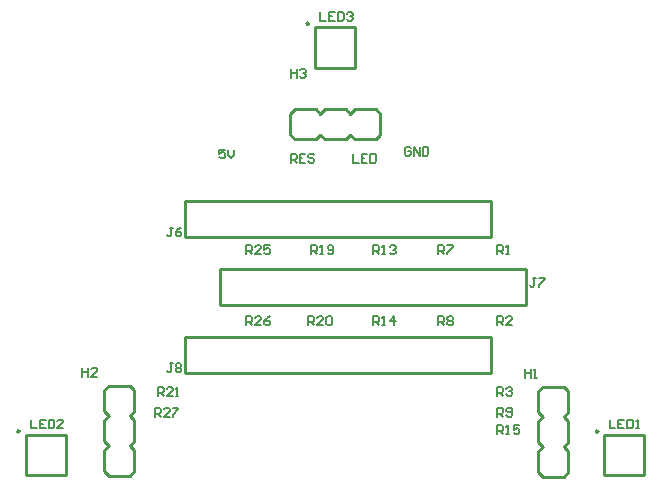
<source format=gto>
G04 Layer_Color=15132400*
%FSLAX24Y24*%
%MOIN*%
G70*
G01*
G75*
%ADD12C,0.0059*%
%ADD27C,0.0100*%
%ADD28C,0.0061*%
D12*
X25689Y25590D02*
Y25295D01*
X25886D01*
X26181Y25590D02*
X25984D01*
Y25295D01*
X26181D01*
X25984Y25443D02*
X26083D01*
X26279Y25590D02*
Y25295D01*
X26427D01*
X26476Y25344D01*
Y25541D01*
X26427Y25590D01*
X26279D01*
X26575Y25541D02*
X26624Y25590D01*
X26722D01*
X26771Y25541D01*
Y25492D01*
X26722Y25443D01*
X26673D01*
X26722D01*
X26771Y25394D01*
Y25344D01*
X26722Y25295D01*
X26624D01*
X26575Y25344D01*
X35335Y12008D02*
Y11713D01*
X35531D01*
X35827Y12008D02*
X35630D01*
Y11713D01*
X35827D01*
X35630Y11860D02*
X35728D01*
X35925Y12008D02*
Y11713D01*
X36073D01*
X36122Y11762D01*
Y11959D01*
X36073Y12008D01*
X35925D01*
X36220Y11713D02*
X36319D01*
X36269D01*
Y12008D01*
X36220Y11959D01*
X16043Y12008D02*
Y11713D01*
X16240D01*
X16535Y12008D02*
X16338D01*
Y11713D01*
X16535D01*
X16338Y11860D02*
X16437D01*
X16634Y12008D02*
Y11713D01*
X16781D01*
X16830Y11762D01*
Y11959D01*
X16781Y12008D01*
X16634D01*
X17126Y11713D02*
X16929D01*
X17126Y11909D01*
Y11959D01*
X17076Y12008D01*
X16978D01*
X16929Y11959D01*
X24705Y20571D02*
Y20866D01*
X24852D01*
X24902Y20817D01*
Y20718D01*
X24852Y20669D01*
X24705D01*
X24803D02*
X24902Y20571D01*
X25197Y20866D02*
X25000D01*
Y20571D01*
X25197D01*
X25000Y20718D02*
X25098D01*
X25492Y20817D02*
X25443Y20866D01*
X25344D01*
X25295Y20817D01*
Y20768D01*
X25344Y20718D01*
X25443D01*
X25492Y20669D01*
Y20620D01*
X25443Y20571D01*
X25344D01*
X25295Y20620D01*
X20177Y12106D02*
Y12401D01*
X20325D01*
X20374Y12352D01*
Y12254D01*
X20325Y12205D01*
X20177D01*
X20276D02*
X20374Y12106D01*
X20669D02*
X20472D01*
X20669Y12303D01*
Y12352D01*
X20620Y12401D01*
X20522D01*
X20472Y12352D01*
X20768Y12401D02*
X20964D01*
Y12352D01*
X20768Y12155D01*
Y12106D01*
X23228Y15157D02*
Y15453D01*
X23376D01*
X23425Y15403D01*
Y15305D01*
X23376Y15256D01*
X23228D01*
X23327D02*
X23425Y15157D01*
X23720D02*
X23524D01*
X23720Y15354D01*
Y15403D01*
X23671Y15453D01*
X23573D01*
X23524Y15403D01*
X24016Y15453D02*
X23917Y15403D01*
X23819Y15305D01*
Y15207D01*
X23868Y15157D01*
X23966D01*
X24016Y15207D01*
Y15256D01*
X23966Y15305D01*
X23819D01*
X23228Y17520D02*
Y17815D01*
X23376D01*
X23425Y17766D01*
Y17667D01*
X23376Y17618D01*
X23228D01*
X23327D02*
X23425Y17520D01*
X23720D02*
X23524D01*
X23720Y17716D01*
Y17766D01*
X23671Y17815D01*
X23573D01*
X23524Y17766D01*
X24016Y17815D02*
X23819D01*
Y17667D01*
X23917Y17716D01*
X23966D01*
X24016Y17667D01*
Y17569D01*
X23966Y17520D01*
X23868D01*
X23819Y17569D01*
X20276Y12795D02*
Y13090D01*
X20423D01*
X20472Y13041D01*
Y12943D01*
X20423Y12894D01*
X20276D01*
X20374D02*
X20472Y12795D01*
X20768D02*
X20571D01*
X20768Y12992D01*
Y13041D01*
X20718Y13090D01*
X20620D01*
X20571Y13041D01*
X20866Y12795D02*
X20964D01*
X20915D01*
Y13090D01*
X20866Y13041D01*
X25295Y15157D02*
Y15453D01*
X25443D01*
X25492Y15403D01*
Y15305D01*
X25443Y15256D01*
X25295D01*
X25394D02*
X25492Y15157D01*
X25787D02*
X25590D01*
X25787Y15354D01*
Y15403D01*
X25738Y15453D01*
X25640D01*
X25590Y15403D01*
X25886D02*
X25935Y15453D01*
X26033D01*
X26082Y15403D01*
Y15207D01*
X26033Y15157D01*
X25935D01*
X25886Y15207D01*
Y15403D01*
X25394Y17520D02*
Y17815D01*
X25541D01*
X25590Y17766D01*
Y17667D01*
X25541Y17618D01*
X25394D01*
X25492D02*
X25590Y17520D01*
X25689D02*
X25787D01*
X25738D01*
Y17815D01*
X25689Y17766D01*
X25935Y17569D02*
X25984Y17520D01*
X26082D01*
X26132Y17569D01*
Y17766D01*
X26082Y17815D01*
X25984D01*
X25935Y17766D01*
Y17716D01*
X25984Y17667D01*
X26132D01*
X31594Y11516D02*
Y11811D01*
X31742D01*
X31791Y11762D01*
Y11663D01*
X31742Y11614D01*
X31594D01*
X31693D02*
X31791Y11516D01*
X31890D02*
X31988D01*
X31939D01*
Y11811D01*
X31890Y11762D01*
X32332Y11811D02*
X32136D01*
Y11663D01*
X32234Y11713D01*
X32283D01*
X32332Y11663D01*
Y11565D01*
X32283Y11516D01*
X32185D01*
X32136Y11565D01*
X27461Y15157D02*
Y15453D01*
X27608D01*
X27657Y15403D01*
Y15305D01*
X27608Y15256D01*
X27461D01*
X27559D02*
X27657Y15157D01*
X27756D02*
X27854D01*
X27805D01*
Y15453D01*
X27756Y15403D01*
X28149Y15157D02*
Y15453D01*
X28002Y15305D01*
X28199D01*
X27461Y17520D02*
Y17815D01*
X27608D01*
X27657Y17766D01*
Y17667D01*
X27608Y17618D01*
X27461D01*
X27559D02*
X27657Y17520D01*
X27756D02*
X27854D01*
X27805D01*
Y17815D01*
X27756Y17766D01*
X28002D02*
X28051Y17815D01*
X28149D01*
X28199Y17766D01*
Y17716D01*
X28149Y17667D01*
X28100D01*
X28149D01*
X28199Y17618D01*
Y17569D01*
X28149Y17520D01*
X28051D01*
X28002Y17569D01*
X31594Y12106D02*
Y12401D01*
X31742D01*
X31791Y12352D01*
Y12254D01*
X31742Y12205D01*
X31594D01*
X31693D02*
X31791Y12106D01*
X31890Y12155D02*
X31939Y12106D01*
X32037D01*
X32086Y12155D01*
Y12352D01*
X32037Y12401D01*
X31939D01*
X31890Y12352D01*
Y12303D01*
X31939Y12254D01*
X32086D01*
X29626Y15157D02*
Y15453D01*
X29774D01*
X29823Y15403D01*
Y15305D01*
X29774Y15256D01*
X29626D01*
X29724D02*
X29823Y15157D01*
X29921Y15403D02*
X29970Y15453D01*
X30069D01*
X30118Y15403D01*
Y15354D01*
X30069Y15305D01*
X30118Y15256D01*
Y15207D01*
X30069Y15157D01*
X29970D01*
X29921Y15207D01*
Y15256D01*
X29970Y15305D01*
X29921Y15354D01*
Y15403D01*
X29970Y15305D02*
X30069D01*
X29626Y17520D02*
Y17815D01*
X29774D01*
X29823Y17766D01*
Y17667D01*
X29774Y17618D01*
X29626D01*
X29724D02*
X29823Y17520D01*
X29921Y17815D02*
X30118D01*
Y17766D01*
X29921Y17569D01*
Y17520D01*
X31594Y12795D02*
Y13090D01*
X31742D01*
X31791Y13041D01*
Y12943D01*
X31742Y12894D01*
X31594D01*
X31693D02*
X31791Y12795D01*
X31890Y13041D02*
X31939Y13090D01*
X32037D01*
X32086Y13041D01*
Y12992D01*
X32037Y12943D01*
X31988D01*
X32037D01*
X32086Y12894D01*
Y12844D01*
X32037Y12795D01*
X31939D01*
X31890Y12844D01*
X31594Y15157D02*
Y15453D01*
X31742D01*
X31791Y15403D01*
Y15305D01*
X31742Y15256D01*
X31594D01*
X31693D02*
X31791Y15157D01*
X32086D02*
X31890D01*
X32086Y15354D01*
Y15403D01*
X32037Y15453D01*
X31939D01*
X31890Y15403D01*
X31594Y17520D02*
Y17815D01*
X31742D01*
X31791Y17766D01*
Y17667D01*
X31742Y17618D01*
X31594D01*
X31693D02*
X31791Y17520D01*
X31890D02*
X31988D01*
X31939D01*
Y17815D01*
X31890Y17766D01*
X22523Y21008D02*
X22326D01*
Y20861D01*
X22424Y20910D01*
X22473D01*
X22523Y20861D01*
Y20762D01*
X22473Y20713D01*
X22375D01*
X22326Y20762D01*
X22621Y21008D02*
Y20812D01*
X22719Y20713D01*
X22818Y20812D01*
Y21008D01*
X28706Y21053D02*
X28657Y21102D01*
X28558D01*
X28509Y21053D01*
Y20856D01*
X28558Y20807D01*
X28657D01*
X28706Y20856D01*
Y20954D01*
X28607D01*
X28804Y20807D02*
Y21102D01*
X29001Y20807D01*
Y21102D01*
X29099D02*
Y20807D01*
X29247D01*
X29296Y20856D01*
Y21053D01*
X29247Y21102D01*
X29099D01*
X24710Y23695D02*
Y23400D01*
Y23548D01*
X24907D01*
Y23695D01*
Y23400D01*
X25005Y23646D02*
X25054Y23695D01*
X25153D01*
X25202Y23646D01*
Y23597D01*
X25153Y23548D01*
X25104D01*
X25153D01*
X25202Y23498D01*
Y23449D01*
X25153Y23400D01*
X25054D01*
X25005Y23449D01*
X17758Y13735D02*
Y13440D01*
Y13588D01*
X17955D01*
Y13735D01*
Y13440D01*
X18250D02*
X18053D01*
X18250Y13637D01*
Y13686D01*
X18201Y13735D01*
X18102D01*
X18053Y13686D01*
X32520Y13702D02*
Y13407D01*
Y13554D01*
X32717D01*
Y13702D01*
Y13407D01*
X32815D02*
X32914D01*
X32864D01*
Y13702D01*
X32815Y13653D01*
X20768Y13878D02*
X20669D01*
X20718D01*
Y13632D01*
X20669Y13583D01*
X20620D01*
X20571Y13632D01*
X20866Y13829D02*
X20915Y13878D01*
X21014D01*
X21063Y13829D01*
Y13779D01*
X21014Y13730D01*
X21063Y13681D01*
Y13632D01*
X21014Y13583D01*
X20915D01*
X20866Y13632D01*
Y13681D01*
X20915Y13730D01*
X20866Y13779D01*
Y13829D01*
X20915Y13730D02*
X21014D01*
X32874Y16732D02*
X32776D01*
X32825D01*
Y16486D01*
X32776Y16437D01*
X32726D01*
X32677Y16486D01*
X32972Y16732D02*
X33169D01*
Y16683D01*
X32972Y16486D01*
Y16437D01*
X20768Y18405D02*
X20669D01*
X20718D01*
Y18159D01*
X20669Y18110D01*
X20620D01*
X20571Y18159D01*
X21063Y18405D02*
X20964Y18356D01*
X20866Y18258D01*
Y18159D01*
X20915Y18110D01*
X21014D01*
X21063Y18159D01*
Y18209D01*
X21014Y18258D01*
X20866D01*
D27*
X25315Y25197D02*
G03*
X25315Y25197I-39J0D01*
G01*
X34961Y11614D02*
G03*
X34961Y11614I-39J0D01*
G01*
X15669D02*
G03*
X15669Y11614I-39J0D01*
G01*
X25512Y23740D02*
Y25079D01*
Y23740D02*
X26850D01*
Y25079D01*
X25512D02*
X26850D01*
X35157Y10157D02*
Y11496D01*
Y10157D02*
X36496D01*
Y11496D01*
X35157D02*
X36496D01*
X15866Y10157D02*
Y11496D01*
Y10157D02*
X17205D01*
Y11496D01*
X15866D02*
X17205D01*
X24697Y21500D02*
Y22200D01*
Y21500D02*
X24847Y21350D01*
X25547D01*
X25697Y21500D01*
X25847Y21350D01*
X26547D01*
X26697Y21500D01*
X26847Y21350D01*
X27547D01*
X27697Y21500D01*
X27547Y22350D02*
X27697Y22200D01*
X26697D02*
X26847Y22350D01*
X26547D02*
X26697Y22200D01*
X25697D02*
X25847Y22350D01*
X25547D02*
X25697Y22200D01*
X24847Y22350D02*
X25547D01*
X24697Y22200D02*
X24847Y22350D01*
X26847D02*
X27547D01*
X25847D02*
X26547D01*
X26847D02*
X27547D01*
X25847D02*
X26547D01*
X27697Y21500D02*
Y22200D01*
X18646Y10130D02*
X19346D01*
X19496Y10280D01*
Y10980D01*
X19346Y11130D02*
X19496Y10980D01*
X19346Y11130D02*
X19496Y11280D01*
Y11980D01*
X19346Y12130D02*
X19496Y11980D01*
X19346Y12130D02*
X19496Y12280D01*
Y12980D01*
X19346Y13130D02*
X19496Y12980D01*
X18496D02*
X18646Y13130D01*
X18496Y12280D02*
X18646Y12130D01*
X18496Y11980D02*
X18646Y12130D01*
X18496Y11280D02*
X18646Y11130D01*
X18496Y10980D02*
X18646Y11130D01*
X18496Y10280D02*
Y10980D01*
Y10280D02*
X18646Y10130D01*
X18496Y12280D02*
Y12980D01*
Y11280D02*
Y11980D01*
Y12280D02*
Y12980D01*
Y11280D02*
Y11980D01*
X18646Y13130D02*
X19346D01*
X33115Y13098D02*
X33815D01*
X32965Y12948D02*
X33115Y13098D01*
X32965Y12248D02*
Y12948D01*
Y12248D02*
X33115Y12098D01*
X32965Y11948D02*
X33115Y12098D01*
X32965Y11248D02*
Y11948D01*
Y11248D02*
X33115Y11098D01*
X32965Y10948D02*
X33115Y11098D01*
X32965Y10248D02*
Y10948D01*
Y10248D02*
X33115Y10098D01*
X33815D02*
X33965Y10248D01*
X33815Y11098D02*
X33965Y10948D01*
X33815Y11098D02*
X33965Y11248D01*
X33815Y12098D02*
X33965Y11948D01*
X33815Y12098D02*
X33965Y12248D01*
Y12948D01*
X33815Y13098D02*
X33965Y12948D01*
Y10248D02*
Y10948D01*
Y11248D02*
Y11948D01*
Y10248D02*
Y10948D01*
Y11248D02*
Y11948D01*
X33115Y10098D02*
X33815D01*
X21180Y13573D02*
Y14453D01*
Y14773D01*
X31280Y13573D02*
X31380D01*
Y14773D01*
X21180D02*
X31380D01*
X21180Y13573D02*
X31280D01*
X22361Y15837D02*
Y16717D01*
Y17037D01*
X32461Y15837D02*
X32561D01*
Y17037D01*
X22361D02*
X32561D01*
X22361Y15837D02*
X32461D01*
X21180Y18101D02*
Y18981D01*
Y19301D01*
X31280Y18101D02*
X31380D01*
Y19301D01*
X21180D02*
X31380D01*
X21180Y18101D02*
X31280D01*
D28*
X26772Y20866D02*
Y20571D01*
X26968D01*
X27264Y20866D02*
X27067D01*
Y20571D01*
X27264D01*
X27067Y20718D02*
X27165D01*
X27362Y20866D02*
Y20571D01*
X27510D01*
X27559Y20620D01*
Y20817D01*
X27510Y20866D01*
X27362D01*
M02*

</source>
